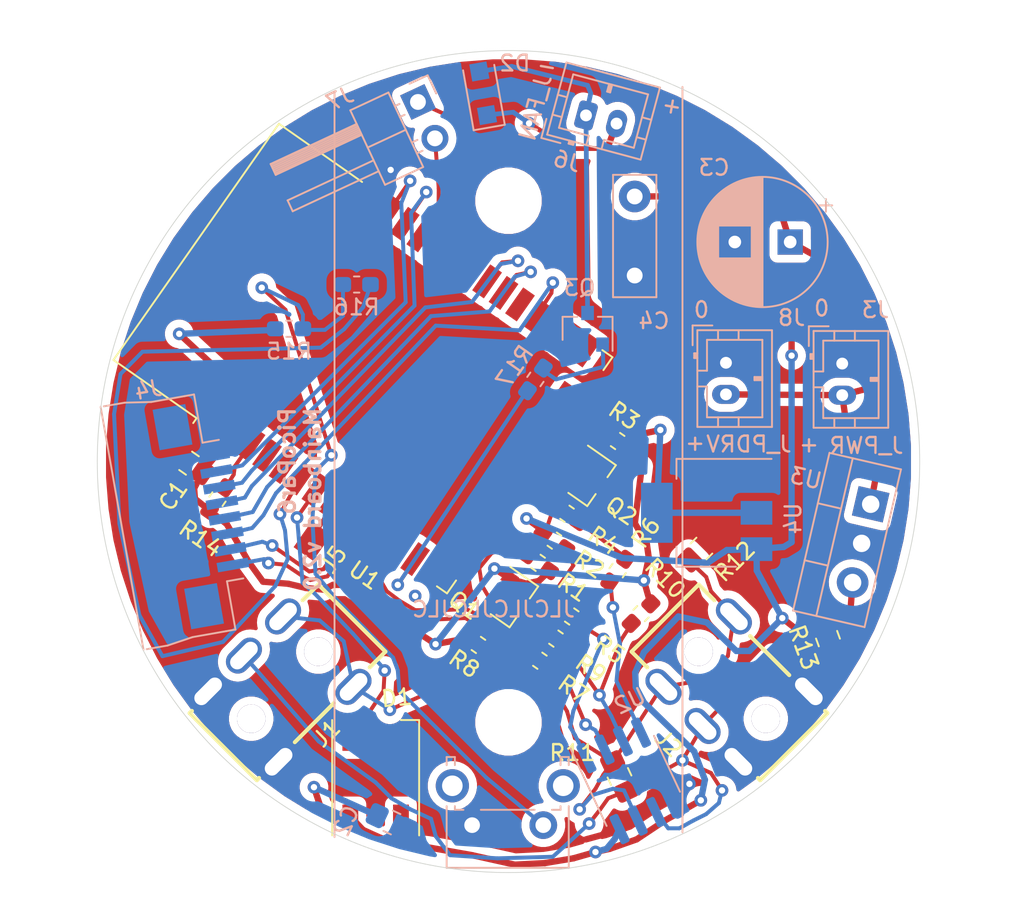
<source format=kicad_pcb>
(kicad_pcb (version 20171130) (host pcbnew "(5.1.4-0-10_14)")
  (layers (0 F.Cu signal) (31 B.Cu signal) (34 B.Paste user) (35 F.Paste user) (36 B.SilkS user) (37 F.SilkS user) (38 B.Mask user) (39 F.Mask user) (44 Edge.Cuts user))
  (net 0 "")
  (net 1 DMX_D-)
  (net 2 DMX_D+)
  (net 3 GNDREF)
  (net 4 "Net-(Q1-Pad3)")
  (net 5 DMX_RX)
  (net 6 +3V3)
  (net 7 "Net-(Q2-Pad3)")
  (net 8 DMX_TX)
  (net 9 +5V)
  (net 10 "Net-(R6-Pad2)")
  (net 11 DMX_RE)
  (net 12 DMX_DE)
  (net 13 LED_R)
  (net 14 LED_G)
  (net 15 LED_UV)
  (net 16 LED_A)
  (net 17 LED_B)
  (net 18 LED_W)
  (net 19 STAT_LED1)
  (net 20 BTN1)
  (net 21 BTN2)
  (net 22 PROG_TX)
  (net 23 PROG_RX)
  (net 24 "Net-(R14-Pad2)")
  (net 25 "Net-(C3-Pad1)")
  (net 26 TEMP)
  (net 27 FAN_CTRL)
  (net 28 TEMP2)
  (net 29 "Net-(D2-Pad2)")
  (net 30 "Net-(Q3-Pad1)")
  (net 31 "Net-(R5-Pad2)")
  (net 32 "Net-(R7-Pad2)")
  (net 33 "Net-(R10-Pad2)")
  (net 34 "Net-(R15-Pad2)")
  (module custom:FFC-Connector_C132510 (layer B.Cu) (at 129.95 123.45 280)
    (fp_text reference J4 (at -8.35 1.3 190) (layer B.SilkS) (effects (justify mirror)))
    (fp_text value Conn_01x08)
    (pad 7 smd rect (at 2.5 -2.05 280) (size 0.6 2) (layers B.Cu B.Paste B.Mask) (net 14 LED_G))
    (pad 8 smd rect (at 3.5 -2.05 280) (size 0.6 2) (layers B.Cu B.Paste B.Mask) (net 13 LED_R))
    (pad 6 smd rect (at 1.5 -2.05 280) (size 0.6 2) (layers B.Cu B.Paste B.Mask) (net 17 LED_B))
    (pad 5 smd rect (at 0.5 -2.05 280) (size 0.6 2) (layers B.Cu B.Paste B.Mask) (net 28 TEMP2))
    (pad 1 smd rect (at -3.5 -2.05 280) (size 0.6 2) (layers B.Cu B.Paste B.Mask) (net 3 GNDREF))
    (pad 2 smd rect (at -2.5 -2.05 280) (size 0.6 2) (layers B.Cu B.Paste B.Mask) (net 15 LED_UV))
    (pad 3 smd rect (at -1.5 -2.05 280) (size 0.6 2) (layers B.Cu B.Paste B.Mask) (net 16 LED_A))
    (pad 4 smd rect (at -0.5 -2.05 280) (size 0.6 2) (layers B.Cu B.Paste B.Mask) (net 18 LED_W))
    (pad "" smd rect (at -5.75 0.2 100) (size 2.6 2.1) (layers B.Cu B.Paste B.Mask))
    (pad "" smd rect (at 5.75 0.2 100) (size 2.6 2.1) (layers B.Cu B.Paste B.Mask))
  )
  (module Resistor_SMD:R_0603_1608Metric_Pad1.05x0.95mm_HandSolder (layer B.Cu) (at 151.7 114.8 55)
    (fp_text reference R17 (at -0.090328 -1.523759 55) (layer B.SilkS) (effects (justify mirror)))
    (fp_text value 10K hide)
    (pad 2 smd roundrect (at 0.875 0 55) (size 1.05 0.95) (layers B.Cu B.Paste B.Mask) (net 30 "Net-(Q3-Pad1)"))
    (pad 1 smd roundrect (at -0.875 0 55) (size 1.05 0.95) (layers B.Cu B.Paste B.Mask) (net 27 FAN_CTRL))
  )
  (module Resistor_SMD:R_0603_1608Metric_Pad1.05x0.95mm_HandSolder (layer B.Cu) (at 140.4 108.8)
    (fp_text reference R16 (at 0 1.43) (layer B.SilkS) (effects (justify mirror)))
    (fp_text value 10K hide)
    (pad 2 smd roundrect (at 0.875 0) (size 1.05 0.95) (layers B.Cu B.Paste B.Mask) (net 20 BTN1))
    (pad 1 smd roundrect (at -0.875 0) (size 1.05 0.95) (layers B.Cu B.Paste B.Mask) (net 34 "Net-(R15-Pad2)"))
  )
  (module Resistor_SMD:R_0603_1608Metric_Pad1.05x0.95mm_HandSolder (layer B.Cu) (at 136.125 111.6)
    (fp_text reference R15 (at 0 1.43) (layer B.SilkS) (effects (justify mirror)))
    (fp_text value 10K hide)
    (pad 2 smd roundrect (at 0.875 0) (size 1.05 0.95) (layers B.Cu B.Paste B.Mask) (net 34 "Net-(R15-Pad2)"))
    (pad 1 smd roundrect (at -0.875 0) (size 1.05 0.95) (layers B.Cu B.Paste B.Mask) (net 6 +3V3))
  )
  (module Resistor_SMD:R_0805_2012Metric_Pad1.15x1.40mm_HandSolder (layer F.Cu) (at 170.2 131.2 110)
    (fp_text reference R13 (at 0 -1.65 110) (layer F.SilkS))
    (fp_text value 20k hide)
    (pad 2 smd roundrect (at 1.025 0 110) (size 1.15 1.4) (layers F.Cu F.Paste F.Mask) (roundrect_rratio 0.217391) (net 9 +5V))
    (pad 1 smd roundrect (at -1.025 0 110) (size 1.15 1.4) (layers F.Cu F.Paste F.Mask) (roundrect_rratio 0.217391) (net 2 DMX_D+))
  )
  (module Resistor_SMD:R_0805_2012Metric_Pad1.15x1.40mm_HandSolder (layer F.Cu) (at 162.2 125.5 225)
    (fp_text reference R12 (at -0.907602 -2.061295 45) (layer F.SilkS))
    (fp_text value 20k hide)
    (pad 2 smd roundrect (at 1.025 0 225) (size 1.15 1.4) (layers F.Cu F.Paste F.Mask) (roundrect_rratio 0.217391) (net 1 DMX_D-))
    (pad 1 smd roundrect (at -1.025 0 225) (size 1.15 1.4) (layers F.Cu F.Paste F.Mask) (roundrect_rratio 0.217391) (net 3 GNDREF))
  )
  (module Resistor_SMD:R_0603_1608Metric_Pad1.05x0.95mm_HandSolder (layer F.Cu) (at 158.381282 129.618718 225)
    (fp_text reference R10 (at -2.642766 0.494975 315) (layer F.SilkS))
    (fp_text value 10K hide)
    (pad 2 smd roundrect (at 0.875 0 225) (size 1.05 0.95) (layers F.Cu F.Paste F.Mask) (net 33 "Net-(R10-Pad2)"))
    (pad 1 smd roundrect (at -0.875 0 225) (size 1.05 0.95) (layers F.Cu F.Paste F.Mask) (net 6 +3V3))
  )
  (module Resistor_SMD:R_0603_1608Metric_Pad1.05x0.95mm_HandSolder (layer F.Cu) (at 153 131.2 325)
    (fp_text reference R9 (at 2.89193 0.294521 145) (layer F.SilkS))
    (fp_text value 10K hide)
    (pad 2 smd roundrect (at 0.875 0 325) (size 1.05 0.95) (layers F.Cu F.Paste F.Mask) (net 33 "Net-(R10-Pad2)"))
    (pad 1 smd roundrect (at -0.875 0 325) (size 1.05 0.95) (layers F.Cu F.Paste F.Mask) (net 12 DMX_DE))
  )
  (module Resistor_SMD:R_0603_1608Metric_Pad1.05x0.95mm_HandSolder (layer F.Cu) (at 148.1 131.6 325)
    (fp_text reference R8 (at -0.048945 1.499201 145) (layer F.SilkS))
    (fp_text value 10K hide)
    (pad 2 smd roundrect (at 0.875 0 325) (size 1.05 0.95) (layers F.Cu F.Paste F.Mask) (net 32 "Net-(R7-Pad2)"))
    (pad 1 smd roundrect (at -0.875 0 325) (size 1.05 0.95) (layers F.Cu F.Paste F.Mask) (net 6 +3V3))
  )
  (module Resistor_SMD:R_0603_1608Metric_Pad1.05x0.95mm_HandSolder (layer F.Cu) (at 151.983242 132.598121 325)
    (fp_text reference R7 (at 2.767462 0.26189 145) (layer F.SilkS))
    (fp_text value 10K hide)
    (pad 2 smd roundrect (at 0.875 0 325) (size 1.05 0.95) (layers F.Cu F.Paste F.Mask) (net 32 "Net-(R7-Pad2)"))
    (pad 1 smd roundrect (at -0.875 0 325) (size 1.05 0.95) (layers F.Cu F.Paste F.Mask) (net 11 DMX_RE))
  )
  (module Resistor_SMD:R_0603_1608Metric_Pad1.05x0.95mm_HandSolder (layer F.Cu) (at 156.9 126.9 235)
    (fp_text reference R6 (at -2.998402 -0.09789 55) (layer F.SilkS))
    (fp_text value 10K hide)
    (pad 2 smd roundrect (at 0.875 0 235) (size 1.05 0.95) (layers F.Cu F.Paste F.Mask) (net 10 "Net-(R6-Pad2)"))
    (pad 1 smd roundrect (at -0.875 0 235) (size 1.05 0.95) (layers F.Cu F.Paste F.Mask) (net 7 "Net-(Q2-Pad3)"))
  )
  (module Resistor_SMD:R_0603_1608Metric_Pad1.05x0.95mm_HandSolder (layer F.Cu) (at 154 129.8 325)
    (fp_text reference R5 (at 3.170475 0.343636 145) (layer F.SilkS))
    (fp_text value 10K hide)
    (pad 2 smd roundrect (at 0.875 0 325) (size 1.05 0.95) (layers F.Cu F.Paste F.Mask) (net 31 "Net-(R5-Pad2)"))
    (pad 1 smd roundrect (at -0.875 0 325) (size 1.05 0.95) (layers F.Cu F.Paste F.Mask) (net 4 "Net-(Q1-Pad3)"))
  )
  (module Resistor_SMD:R_0603_1608Metric_Pad1.05x0.95mm_HandSolder (layer F.Cu) (at 153.7 123.3 325)
    (fp_text reference R4 (at 2.85913 0.073333 145) (layer F.SilkS))
    (fp_text value 10K hide)
    (pad 2 smd roundrect (at 0.875 0 325) (size 1.05 0.95) (layers F.Cu F.Paste F.Mask) (net 7 "Net-(Q2-Pad3)"))
    (pad 1 smd roundrect (at -0.875 0 325) (size 1.05 0.95) (layers F.Cu F.Paste F.Mask) (net 9 +5V))
  )
  (module Resistor_SMD:R_0603_1608Metric_Pad1.05x0.95mm_HandSolder (layer F.Cu) (at 156.9 118.7 145)
    (fp_text reference R3 (at 0.590061 1.540074 145) (layer F.SilkS))
    (fp_text value 10K hide)
    (pad 2 smd roundrect (at 0.875 0 145) (size 1.05 0.95) (layers F.Cu F.Paste F.Mask) (net 8 DMX_TX))
    (pad 1 smd roundrect (at -0.875 0 145) (size 1.05 0.95) (layers F.Cu F.Paste F.Mask) (net 6 +3V3))
  )
  (module Resistor_SMD:R_0603_1608Metric_Pad1.05x0.95mm_HandSolder (layer F.Cu) (at 152.9 125 325)
    (fp_text reference R2 (at 2.662499 -0.03314 145) (layer F.SilkS))
    (fp_text value 10K hide)
    (pad 2 smd roundrect (at 0.875 0 325) (size 1.05 0.95) (layers F.Cu F.Paste F.Mask) (net 4 "Net-(Q1-Pad3)"))
    (pad 1 smd roundrect (at -0.875 0 325) (size 1.05 0.95) (layers F.Cu F.Paste F.Mask) (net 9 +5V))
  )
  (module Connector_JST:JST_PH_B2B-PH-K_1x02_P2.00mm_Vertical (layer B.Cu) (at 154.9 98.1 345)
    (fp_text reference J6 (at -0.408536 3.111768 345) (layer B.SilkS) (effects (justify mirror)))
    (fp_text value Conn_01x02 hide)
    (fp_text user J_FAN (at -3.220372 0.345258 255) (layer B.SilkS) (effects (justify mirror)))
    (pad 2 thru_hole oval (at 2 0 345) (size 1.2 1.75) (drill 0.75) (layers *.Cu *.Mask) (net 9 +5V))
    (pad 1 thru_hole roundrect (at 0 0 345) (size 1.2 1.75) (drill 0.75) (layers *.Cu *.Mask) (roundrect_rratio 0.208333) (net 29 "Net-(D2-Pad2)"))
  )
  (module Package_TO_SOT_SMD:SOT-23 (layer B.Cu) (at 155 111.6 90)
    (fp_text reference Q3 (at 2.6 -0.5 180) (layer B.SilkS) (effects (justify mirror)))
    (fp_text value BC817 hide)
    (pad 3 smd rect (at 1 0 90) (size 0.9 0.8) (layers B.Cu B.Paste B.Mask) (net 29 "Net-(D2-Pad2)"))
    (pad 2 smd rect (at -1 -0.95 90) (size 0.9 0.8) (layers B.Cu B.Paste B.Mask) (net 3 GNDREF))
    (pad 1 smd rect (at -1 0.95 90) (size 0.9 0.8) (layers B.Cu B.Paste B.Mask) (net 30 "Net-(Q3-Pad1)"))
  )
  (module Diode_SMD:D_SOD-123F (layer B.Cu) (at 148.4 96.699998 100)
    (fp_text reference D2 (at 1.523836 2.299547 -180) (layer B.SilkS) (effects (justify mirror)))
    (fp_text value D hide)
    (pad 2 smd rect (at 1.4 0 100) (size 1.1 1.1) (layers B.Cu B.Paste B.Mask) (net 29 "Net-(D2-Pad2)"))
    (pad 1 smd rect (at -1.4 0 100) (size 1.1 1.1) (layers B.Cu B.Paste B.Mask) (net 9 +5V))
  )
  (module Button_Switch_THT:SW_Tactile_SPST_Angled_PTS645Vx58-2LFS (layer B.Cu) (at 147.7 143)
    (fp_text reference SW1 hide)
    (fp_text value SW_Push hide)
    (pad "" thru_hole circle (at -1.25 -2.49) (size 2.1 2.1) (drill 1.3) (layers *.Cu *.Mask))
    (pad 1 thru_hole circle (at 0 0) (size 1.75 1.75) (drill 0.99) (layers *.Cu *.Mask) (net 3 GNDREF))
    (pad 2 thru_hole circle (at 4.5 0) (size 1.75 1.75) (drill 0.99) (layers *.Cu *.Mask) (net 34 "Net-(R15-Pad2)"))
    (pad "" thru_hole circle (at 5.76 -2.49) (size 2.1 2.1) (drill 1.3) (layers *.Cu *.Mask))
  )
  (module Connector_JST:JST_PH_B2B-PH-K_1x02_P2.00mm_Vertical (layer B.Cu) (at 163.75 113.75 270)
    (fp_text reference J8 (at -2.85 -4.15 180) (layer B.SilkS) (effects (justify mirror)))
    (fp_text value Conn_01x02 hide)
    (fp_text user J_PDRV (at 5.15 -1.45 180) (layer B.SilkS) (effects (justify mirror)))
    (pad 2 thru_hole oval (at 2 0 270) (size 1.2 1.75) (drill 0.75) (layers *.Cu *.Mask) (net 25 "Net-(C3-Pad1)"))
    (pad 1 thru_hole roundrect (at 0 0 270) (size 1.2 1.75) (drill 0.75) (layers *.Cu *.Mask) (roundrect_rratio 0.208333) (net 3 GNDREF))
  )
  (module Connector_JST:JST_PH_B2B-PH-K_1x02_P2.00mm_Vertical (layer B.Cu) (at 171.1 113.8 270)
    (fp_text reference J3 (at -3.4 -2.1 180) (layer B.SilkS) (effects (justify mirror)))
    (fp_text value Conn_01x02 hide)
    (fp_text user J_PWR (at 5.19 -1.53) (layer B.SilkS) (effects (justify mirror)))
    (pad 2 thru_hole oval (at 2 0 270) (size 1.2 1.75) (drill 0.75) (layers *.Cu *.Mask) (net 25 "Net-(C3-Pad1)"))
    (pad 1 thru_hole roundrect (at 0 0 270) (size 1.2 1.75) (drill 0.75) (layers *.Cu *.Mask) (roundrect_rratio 0.208333) (net 3 GNDREF))
  )
  (module "custom:Pad 1,5x2" (layer F.Cu) (at 137.6 125.025 145)
    (fp_text reference J5 (at -1.779808 -0.188175 235) (layer F.SilkS))
    (fp_text value Conn_01x01 hide)
    (pad 1 smd rect (at 0 0 145) (size 1.5 2) (layers F.Cu F.Paste F.Mask) (net 21 BTN2))
  )
  (module MountingHole:MountingHole_3.2mm_M3 (layer F.Cu) (at 150 136.5)
    (fp_text reference H1 hide)
    (fp_text value MountingHole hide)
    (pad 1 np_thru_hole circle (at 0 0) (size 3.2 3.2) (drill 3.2) (layers *.Cu *.Mask))
  )
  (module Package_TO_SOT_THT:TO-220-3_Vertical (layer B.Cu) (at 172.9 122.7 257)
    (fp_text reference U3 (at -0.685411 4.366087 347) (layer B.SilkS) (effects (justify mirror)))
    (fp_text value LM7805_TO220 hide)
    (pad 3 thru_hole oval (at 5.08 0 257) (size 1.905 2) (drill 1.1) (layers *.Cu *.Mask) (net 9 +5V))
    (pad 2 thru_hole oval (at 2.54 0 257) (size 1.905 2) (drill 1.1) (layers *.Cu *.Mask) (net 3 GNDREF))
    (pad 1 thru_hole rect (at 0 0 257) (size 1.905 2) (drill 1.1) (layers *.Cu *.Mask) (net 25 "Net-(C3-Pad1)"))
  )
  (module Connector_PinHeader_2.54mm:PinHeader_1x02_P2.54mm_Horizontal (layer B.Cu) (at 144.275 97.25 205)
    (fp_text reference J7 (at 4.385 2.27 25) (layer B.SilkS) (effects (justify mirror)))
    (fp_text value Conn_01x02)
    (pad 2 thru_hole oval (at 0 -2.54 205) (size 1.7 1.7) (drill 1) (layers *.Cu *.Mask) (net 22 PROG_TX))
    (pad 1 thru_hole rect (at 0 0 205) (size 1.7 1.7) (drill 1) (layers *.Cu *.Mask) (net 23 PROG_RX))
  )
  (module LED_SMD:LED_WS2812B_PLCC4_5.0x5.0mm_P3.2mm (layer F.Cu) (at 141.6 140 90)
    (fp_text reference D1 (at 5.059898 1.329597 185) (layer F.SilkS))
    (fp_text value WS2812B hide)
    (pad 1 smd rect (at -2.45 -1.6 90) (size 1.5 1) (layers F.Cu F.Paste F.Mask) (net 9 +5V))
    (pad 2 smd rect (at -2.45 1.6 90) (size 1.5 1) (layers F.Cu F.Paste F.Mask))
    (pad 4 smd rect (at 2.45 -1.6 90) (size 1.5 1) (layers F.Cu F.Paste F.Mask) (net 19 STAT_LED1))
    (pad 3 smd rect (at 2.45 1.6 90) (size 1.5 1) (layers F.Cu F.Paste F.Mask) (net 3 GNDREF))
  )
  (module Capacitor_THT:C_Disc_D7.5mm_W2.5mm_P5.00mm (layer B.Cu) (at 157.98 103.23 270)
    (fp_text reference C4 (at 7.87 -1.22 180) (layer B.SilkS) (effects (justify mirror)))
    (fp_text value 100nF hide)
    (pad 2 thru_hole circle (at 5 0 270) (size 2 2) (drill 1) (layers *.Cu *.Mask) (net 3 GNDREF))
    (pad 1 thru_hole circle (at 0 0 270) (size 2 2) (drill 1) (layers *.Cu *.Mask) (net 25 "Net-(C3-Pad1)"))
  )
  (module Capacitor_THT:CP_Radial_D8.0mm_P3.50mm (layer B.Cu) (at 167.81 106.11 180)
    (fp_text reference C3 (at 4.81 4.71 180) (layer B.SilkS) (effects (justify mirror)))
    (fp_text value 1000uF hide)
    (pad 2 thru_hole circle (at 3.5 0 180) (size 1.6 1.6) (drill 0.8) (layers *.Cu *.Mask) (net 3 GNDREF))
    (pad 1 thru_hole rect (at 0 0 180) (size 1.6 1.6) (drill 0.8) (layers *.Cu *.Mask) (net 25 "Net-(C3-Pad1)"))
  )
  (module MountingHole:MountingHole_3.2mm_M3 (layer F.Cu) (at 150 103.5)
    (fp_text reference H2 hide)
    (fp_text value MountingHole hide)
    (pad 1 np_thru_hole circle (at 0 0) (size 3.2 3.2) (drill 3.2) (layers *.Cu *.Mask))
  )
  (module LCSC:C18167_BOOMELE_Audiojack_withoutTip (layer F.Cu) (at 168 138 135)
    (fp_text reference J2 (at 5.685139 -5.458864 135) (layer F.SilkS))
    (fp_text value AudioJack3 hide)
    (pad S thru_hole oval (at 1.75 3.15 135) (size 2.6 1.5) (drill oval 2.1 0.9) (layers *.Cu *.Mask) (net 3 GNDREF))
    (pad T thru_hole oval (at 8.45 3.15 135) (size 2.6 1.5) (drill oval 2.1 0.9) (layers *.Cu *.Mask) (net 1 DMX_D-))
    (pad S thru_hole oval (at 1.75 -3.15 135) (size 2.6 1.5) (drill oval 2.1 0.9) (layers *.Cu *.Mask) (net 3 GNDREF))
    (pad R thru_hole oval (at 4.95 -3.15 135) (size 2.6 1.5) (drill oval 2.1 0.9) (layers *.Cu *.Mask) (net 2 DMX_D+))
    (pad T thru_hole oval (at 8.45 -3.15 135) (size 2.6 1.5) (drill oval 2.1 0.9) (layers *.Cu *.Mask) (net 1 DMX_D-))
    (pad "" thru_hole circle (at 2.45 0 135) (size 1.8 1.8) (drill 1.8) (layers *.Cu *.Mask))
    (pad "" thru_hole circle (at 8.45 0 135) (size 1.8 1.8) (drill 1.8) (layers *.Cu *.Mask))
  )
  (module LCSC:C18167_BOOMELE_Audiojack_withoutTip (layer F.Cu) (at 132 138 45)
    (fp_text reference J1 (at 5.16188 4.030509 45) (layer F.SilkS))
    (fp_text value AudioJack3 hide)
    (pad S thru_hole oval (at 1.75 3.15 45) (size 2.6 1.5) (drill oval 2.1 0.9) (layers *.Cu *.Mask) (net 3 GNDREF))
    (pad T thru_hole oval (at 8.45 3.15 45) (size 2.6 1.5) (drill oval 2.1 0.9) (layers *.Cu *.Mask) (net 1 DMX_D-))
    (pad S thru_hole oval (at 1.75 -3.15 45) (size 2.6 1.5) (drill oval 2.1 0.9) (layers *.Cu *.Mask) (net 3 GNDREF))
    (pad R thru_hole oval (at 4.95 -3.15 45) (size 2.6 1.5) (drill oval 2.1 0.9) (layers *.Cu *.Mask) (net 2 DMX_D+))
    (pad T thru_hole oval (at 8.45 -3.15 45) (size 2.6 1.5) (drill oval 2.1 0.9) (layers *.Cu *.Mask) (net 1 DMX_D-))
    (pad "" thru_hole circle (at 2.45 0 45) (size 1.8 1.8) (drill 1.8) (layers *.Cu *.Mask))
    (pad "" thru_hole circle (at 8.45 0 45) (size 1.8 1.8) (drill 1.8) (layers *.Cu *.Mask))
  )
  (module Resistor_SMD:R_0603_1608Metric_Pad1.05x0.95mm_HandSolder (layer F.Cu) (at 131.6 122.375 55)
    (fp_text reference R14 (at -2.657511 0.554581 325) (layer F.SilkS))
    (fp_text value 10K hide)
    (pad 2 smd roundrect (at 0.875 0 55) (size 1.05 0.95) (layers F.Cu F.Paste F.Mask) (net 24 "Net-(R14-Pad2)"))
    (pad 1 smd roundrect (at -0.875 0 55) (size 1.05 0.95) (layers F.Cu F.Paste F.Mask) (net 6 +3V3))
  )
  (module Package_TO_SOT_SMD:SOT-223-3_TabPin2 (layer B.Cu) (at 162.53 123.24 180)
    (fp_text reference U4 (at -5.47 -0.36 90) (layer B.SilkS) (effects (justify mirror)))
    (fp_text value LM1117-3.3 hide)
    (pad 1 smd rect (at -3.15 2.3 180) (size 2 1.5) (layers B.Cu B.Paste B.Mask) (net 3 GNDREF))
    (pad 3 smd rect (at -3.15 -2.3 180) (size 2 1.5) (layers B.Cu B.Paste B.Mask) (net 9 +5V))
    (pad 2 smd rect (at -3.15 0 180) (size 2 1.5) (layers B.Cu B.Paste B.Mask) (net 6 +3V3))
    (pad 2 smd rect (at 3.15 0 180) (size 2 3.8) (layers B.Cu B.Paste B.Mask) (net 6 +3V3))
  )
  (module Capacitor_SMD:C_0805_2012Metric_Pad1.15x1.40mm_HandSolder (layer F.Cu) (at 129.8 120.1 145)
    (fp_text reference C1 (at -0.362415 -2.26103 235) (layer F.SilkS))
    (fp_text value 100nF hide)
    (pad 2 smd roundrect (at 1.025 0 145) (size 1.15 1.4) (layers F.Cu F.Paste F.Mask) (roundrect_rratio 0.217391) (net 3 GNDREF))
    (pad 1 smd roundrect (at -1.025 0 145) (size 1.15 1.4) (layers F.Cu F.Paste F.Mask) (roundrect_rratio 0.217391) (net 6 +3V3))
  )
  (module Capacitor_SMD:C_0805_2012Metric_Pad1.15x1.40mm_HandSolder (layer B.Cu) (at 142.628966 142.833187 335)
    (fp_text reference C2 (at -2.656885 1.125705 65) (layer B.SilkS) (effects (justify mirror)))
    (fp_text value 100nF hide)
    (pad 2 smd roundrect (at 1.025 0 335) (size 1.15 1.4) (layers B.Cu B.Paste B.Mask) (roundrect_rratio 0.217391) (net 3 GNDREF))
    (pad 1 smd roundrect (at -1.025 0 335) (size 1.15 1.4) (layers B.Cu B.Paste B.Mask) (roundrect_rratio 0.217391) (net 9 +5V))
  )
  (module Package_SO:SOIC-8_3.9x4.9mm_P1.27mm (layer B.Cu) (at 157.7 140.2 295)
    (fp_text reference U2 (at -4.58742 -2.111565 25) (layer B.SilkS) (effects (justify mirror)))
    (fp_text value SN75176ADR hide)
    (pad 8 smd roundrect (at 2.475 1.905 295) (size 1.95 0.6) (layers B.Cu B.Paste B.Mask) (net 9 +5V))
    (pad 7 smd roundrect (at 2.475 0.635 295) (size 1.95 0.6) (layers B.Cu B.Paste B.Mask) (net 1 DMX_D-))
    (pad 6 smd roundrect (at 2.475 -0.635 295) (size 1.95 0.6) (layers B.Cu B.Paste B.Mask) (net 2 DMX_D+))
    (pad 5 smd roundrect (at 2.475 -1.905 295) (size 1.95 0.6) (layers B.Cu B.Paste B.Mask) (net 3 GNDREF))
    (pad 4 smd roundrect (at -2.475 -1.905 295) (size 1.95 0.6) (layers B.Cu B.Paste B.Mask) (net 10 "Net-(R6-Pad2)"))
    (pad 3 smd roundrect (at -2.475 -0.635 295) (size 1.95 0.6) (layers B.Cu B.Paste B.Mask) (net 33 "Net-(R10-Pad2)"))
    (pad 2 smd roundrect (at -2.475 0.635 295) (size 1.95 0.6) (layers B.Cu B.Paste B.Mask) (net 32 "Net-(R7-Pad2)"))
    (pad 1 smd roundrect (at -2.475 1.905 295) (size 1.95 0.6) (layers B.Cu B.Paste B.Mask) (net 31 "Net-(R5-Pad2)"))
  )
  (module RF_Module:ESP32-WROOM-32 (layer F.Cu) (at 143.25 115.2 55)
    (fp_text reference U1 (at -11.177729 4.95791 145) (layer F.SilkS))
    (fp_text value ESP32-WROOM hide)
    (pad 38 smd rect (at 8.5 -8.255 55) (size 2 0.9) (layers F.Cu F.Paste F.Mask) (net 3 GNDREF))
    (pad 37 smd rect (at 8.5 -6.985 55) (size 2 0.9) (layers F.Cu F.Paste F.Mask) (net 15 LED_UV))
    (pad 36 smd rect (at 8.5 -5.715 55) (size 2 0.9) (layers F.Cu F.Paste F.Mask) (net 16 LED_A))
    (pad 35 smd rect (at 8.5 -4.445 55) (size 2 0.9) (layers F.Cu F.Paste F.Mask) (net 22 PROG_TX))
    (pad 34 smd rect (at 8.5 -3.175 55) (size 2 0.9) (layers F.Cu F.Paste F.Mask) (net 23 PROG_RX))
    (pad 33 smd rect (at 8.5 -1.905 55) (size 2 0.9) (layers F.Cu F.Paste F.Mask))
    (pad 32 smd rect (at 8.5 -0.635 55) (size 2 0.9) (layers F.Cu F.Paste F.Mask))
    (pad 31 smd rect (at 8.5 0.635 55) (size 2 0.9) (layers F.Cu F.Paste F.Mask) (net 18 LED_W))
    (pad 30 smd rect (at 8.5 1.905 55) (size 2 0.9) (layers F.Cu F.Paste F.Mask) (net 28 TEMP2))
    (pad 29 smd rect (at 8.5 3.175 55) (size 2 0.9) (layers F.Cu F.Paste F.Mask))
    (pad 28 smd rect (at 8.5 4.445 55) (size 2 0.9) (layers F.Cu F.Paste F.Mask) (net 17 LED_B))
    (pad 27 smd rect (at 8.5 5.715 55) (size 2 0.9) (layers F.Cu F.Paste F.Mask))
    (pad 26 smd rect (at 8.5 6.985 55) (size 2 0.9) (layers F.Cu F.Paste F.Mask))
    (pad 25 smd rect (at 8.5 8.255 55) (size 2 0.9) (layers F.Cu F.Paste F.Mask))
    (pad 24 smd rect (at 5.715 9.255 145) (size 2 0.9) (layers F.Cu F.Paste F.Mask))
    (pad 23 smd rect (at 4.445 9.255 145) (size 2 0.9) (layers F.Cu F.Paste F.Mask) (net 8 DMX_TX))
    (pad 22 smd rect (at 3.175 9.255 145) (size 2 0.9) (layers F.Cu F.Paste F.Mask))
    (pad 21 smd rect (at 1.905 9.255 145) (size 2 0.9) (layers F.Cu F.Paste F.Mask))
    (pad 20 smd rect (at 0.635 9.255 145) (size 2 0.9) (layers F.Cu F.Paste F.Mask))
    (pad 19 smd rect (at -0.635 9.255 145) (size 2 0.9) (layers F.Cu F.Paste F.Mask))
    (pad 18 smd rect (at -1.905 9.255 145) (size 2 0.9) (layers F.Cu F.Paste F.Mask))
    (pad 17 smd rect (at -3.175 9.255 145) (size 2 0.9) (layers F.Cu F.Paste F.Mask))
    (pad 16 smd rect (at -4.445 9.255 145) (size 2 0.9) (layers F.Cu F.Paste F.Mask) (net 5 DMX_RX))
    (pad 15 smd rect (at -5.715 9.255 145) (size 2 0.9) (layers F.Cu F.Paste F.Mask) (net 3 GNDREF))
    (pad 14 smd rect (at -8.5 8.255 55) (size 2 0.9) (layers F.Cu F.Paste F.Mask))
    (pad 13 smd rect (at -8.5 6.985 55) (size 2 0.9) (layers F.Cu F.Paste F.Mask) (net 27 FAN_CTRL))
    (pad 12 smd rect (at -8.5 5.715 55) (size 2 0.9) (layers F.Cu F.Paste F.Mask) (net 12 DMX_DE))
    (pad 11 smd rect (at -8.5 4.445 55) (size 2 0.9) (layers F.Cu F.Paste F.Mask) (net 11 DMX_RE))
    (pad 10 smd rect (at -8.5 3.175 55) (size 2 0.9) (layers F.Cu F.Paste F.Mask) (net 13 LED_R))
    (pad 9 smd rect (at -8.5 1.905 55) (size 2 0.9) (layers F.Cu F.Paste F.Mask) (net 14 LED_G))
    (pad 8 smd rect (at -8.5 0.635 55) (size 2 0.9) (layers F.Cu F.Paste F.Mask) (net 21 BTN2))
    (pad 7 smd rect (at -8.5 -0.635 55) (size 2 0.9) (layers F.Cu F.Paste F.Mask) (net 19 STAT_LED1))
    (pad 6 smd rect (at -8.5 -1.905 55) (size 2 0.9) (layers F.Cu F.Paste F.Mask) (net 20 BTN1))
    (pad 5 smd rect (at -8.5 -3.175 55) (size 2 0.9) (layers F.Cu F.Paste F.Mask))
    (pad 4 smd rect (at -8.5 -4.445 55) (size 2 0.9) (layers F.Cu F.Paste F.Mask))
    (pad 3 smd rect (at -8.5 -5.715 55) (size 2 0.9) (layers F.Cu F.Paste F.Mask) (net 24 "Net-(R14-Pad2)"))
    (pad 2 smd rect (at -8.5 -6.985 55) (size 2 0.9) (layers F.Cu F.Paste F.Mask) (net 6 +3V3))
    (pad 1 smd rect (at -8.5 -8.255 55) (size 2 0.9) (layers F.Cu F.Paste F.Mask) (net 3 GNDREF))
    (pad 39 smd rect (at -1 -0.755 55) (size 5 5) (layers F.Cu F.Paste F.Mask) (net 3 GNDREF))
  )
  (module Resistor_SMD:R_0805_2012Metric_Pad1.15x1.40mm_HandSolder (layer F.Cu) (at 157.016816 139.921035 295)
    (fp_text reference R11 (at -2.618457 2.063547 180) (layer F.SilkS))
    (fp_text value 120 hide)
    (pad 2 smd roundrect (at 1.025 0 295) (size 1.15 1.4) (layers F.Cu F.Paste F.Mask) (roundrect_rratio 0.217391) (net 2 DMX_D+))
    (pad 1 smd roundrect (at -1.025 0 295) (size 1.15 1.4) (layers F.Cu F.Paste F.Mask) (roundrect_rratio 0.217391) (net 1 DMX_D-))
  )
  (module Resistor_SMD:R_0603_1608Metric_Pad1.05x0.95mm_HandSolder (layer F.Cu) (at 151.873481 126.406143 145)
    (fp_text reference R1 (at -2.703238 -0.022393 145) (layer F.SilkS))
    (fp_text value 10K hide)
    (pad 1 smd roundrect (at -0.875 0 145) (size 1.05 0.95) (layers F.Cu F.Paste F.Mask) (net 6 +3V3))
    (pad 2 smd roundrect (at 0.875 0 145) (size 1.05 0.95) (layers F.Cu F.Paste F.Mask) (net 5 DMX_RX))
  )
  (module Package_TO_SOT_SMD:SOT-23 (layer F.Cu) (at 155.261569 121.084757 325)
    (fp_text reference Q2 (at 2.7 0.6 145) (layer F.SilkS))
    (fp_text value BSS138 hide)
    (pad 1 smd rect (at -1 -0.95 325) (size 0.9 0.8) (layers F.Cu F.Paste F.Mask) (net 6 +3V3))
    (pad 2 smd rect (at -1 0.95 325) (size 0.9 0.8) (layers F.Cu F.Paste F.Mask) (net 8 DMX_TX))
    (pad 3 smd rect (at 1 0 325) (size 0.9 0.8) (layers F.Cu F.Paste F.Mask) (net 7 "Net-(Q2-Pad3)"))
  )
  (module Package_TO_SOT_SMD:SOT-23 (layer F.Cu) (at 150.349381 128.757125 325)
    (fp_text reference Q1 (at -2.383157 2.087277 145) (layer F.SilkS))
    (fp_text value BSS138 hide)
    (pad 1 smd rect (at -1 -0.95 325) (size 0.9 0.8) (layers F.Cu F.Paste F.Mask) (net 6 +3V3))
    (pad 2 smd rect (at -1 0.95 325) (size 0.9 0.8) (layers F.Cu F.Paste F.Mask) (net 5 DMX_RX))
    (pad 3 smd rect (at 1 0 325) (size 0.9 0.8) (layers F.Cu F.Paste F.Mask) (net 4 "Net-(Q1-Pad3)"))
  )
  (gr_text - (at 152.437768 94.968309 -10) (layer B.SilkS) (effects (font (size 1 1)) (justify mirror)))
  (gr_text + (at 160.337768 97.468309 -10) (layer B.SilkS) (effects (font (size 1 1)) (justify mirror)))
  (gr_circle (center 150 120) (end 176 120) (layer Edge.Cuts) (width 0.05))
  (gr_text + (at 161.8 118.8) (layer B.SilkS) (effects (font (size 1 1)) (justify mirror)))
  (gr_text 0 (at 169.8 110.3) (layer B.SilkS) (effects (font (size 1 1)) (justify mirror)))
  (gr_text + (at 169 118.9) (layer B.SilkS) (effects (font (size 1 1)) (justify mirror)))
  (gr_text JLCJLCJLCJLC (at 149.05 129.34) (layer B.SilkS) (effects (font (size 1 1)) (justify mirror)))
  (gr_text "PicoPar6\nMainboard v2.0" (at 136.82 116.48 90) (layer B.SilkS) (effects (font (size 1 1) (thickness 0.2)) (justify left mirror)))
  (gr_line (start 161 96.3) (end 161 143.45) (layer B.SilkS) (width 0.12))
  (gr_line (start 139 96.6) (end 139 143.75) (layer B.SilkS) (width 0.12))
  (gr_text 0 (at 162.2 110.4) (layer B.SilkS) (effects (font (size 1 1)) (justify mirror)))
  (segment (start 156.585303 139.062619) (end 159.497561 134.542334) (width 0.25) (layer F.Cu) (net 1))
  (segment (start 135.747666 129.797561) (end 138.06 130.05) (width 0.25) (layer B.Cu) (net 1))
  (segment (start 138.06 130.05) (end 139.58 131.37) (width 0.25) (layer B.Cu) (net 1))
  (segment (start 139.58 131.37) (end 140.202439 134.252334) (width 0.25) (layer B.Cu) (net 1))
  (segment (start 159.797561 134.252334) (end 162.52 133.79) (width 0.25) (layer F.Cu) (net 1))
  (segment (start 162.52 133.79) (end 163.87 132.3) (width 0.25) (layer F.Cu) (net 1))
  (segment (start 163.87 132.3) (end 164.252334 129.797561) (width 0.25) (layer F.Cu) (net 1))
  (segment (start 161.375122 126.240578) (end 162.5 127.3) (width 0.25) (layer F.Cu) (net 1))
  (segment (start 162.5 127.3) (end 162.8 128.2) (width 0.25) (layer F.Cu) (net 1))
  (segment (start 162.8 128.2) (end 164.252334 129.797561) (width 0.25) (layer F.Cu) (net 1))
  (segment (start 158.170475 142.711474) (end 157.3 140.8) (width 0.25) (layer B.Cu) (net 1))
  (segment (start 157.3 140.8) (end 156.6 140.7) (width 0.25) (layer B.Cu) (net 1))
  (segment (start 156.6 140.7) (end 155.3 141.1) (width 0.25) (layer B.Cu) (net 1))
  (via (at 154.5 142) (size 0.8) (drill 0.4) (layers F.Cu B.Cu) (net 1))
  (segment (start 155.3 141.1) (end 154.5 142) (width 0.25) (layer B.Cu) (net 1))
  (segment (start 154.5 142) (end 155.5 140.7) (width 0.25) (layer F.Cu) (net 1))
  (segment (start 155.5 140.7) (end 156 139.8) (width 0.25) (layer F.Cu) (net 1))
  (segment (start 156 139.8) (end 156.583632 138.99207) (width 0.25) (layer F.Cu) (net 1))
  (segment (start 156.583632 138.99207) (end 154.2 137.5) (width 0.25) (layer F.Cu) (net 1))
  (segment (start 154.2 137.5) (end 153.7 135.8) (width 0.25) (layer F.Cu) (net 1))
  (segment (start 153.7 135.8) (end 152.9 134.4) (width 0.25) (layer F.Cu) (net 1))
  (segment (start 152.9 134.4) (end 151.4 134.2) (width 0.25) (layer F.Cu) (net 1))
  (segment (start 151.4 134.2) (end 150.3 134) (width 0.25) (layer F.Cu) (net 1))
  (segment (start 150.3 134) (end 149.4 133.3) (width 0.25) (layer F.Cu) (net 1))
  (segment (start 149.4 133.3) (end 148.2 133.2) (width 0.25) (layer F.Cu) (net 1))
  (via (at 142.5 135.7) (size 0.8) (drill 0.4) (layers F.Cu B.Cu) (net 1))
  (segment (start 148.2 133.2) (end 142.5 135.7) (width 0.25) (layer F.Cu) (net 1))
  (segment (start 142.5 135.7) (end 140.202439 134.252334) (width 0.25) (layer B.Cu) (net 1))
  (segment (start 170.224268 132.072231) (end 166.675 132.125) (width 0.25) (layer F.Cu) (net 2))
  (segment (start 166.675 132.125) (end 162.272435 136.727208) (width 0.25) (layer F.Cu) (net 2))
  (via (at 161 138.9) (size 0.8) (drill 0.4) (layers F.Cu B.Cu) (net 2))
  (segment (start 162.272435 136.727208) (end 161 138.9) (width 0.25) (layer F.Cu) (net 2))
  (segment (start 161 138.9) (end 157.45 140.85) (width 0.25) (layer F.Cu) (net 2))
  (via (at 155.1 142.9) (size 0.8) (drill 0.4) (layers F.Cu B.Cu) (net 2))
  (segment (start 159.321486 142.174749) (end 160.1 143.2) (width 0.25) (layer B.Cu) (net 2))
  (segment (start 160.1 143.2) (end 160.8 143.2) (width 0.25) (layer B.Cu) (net 2))
  (segment (start 160.8 143.2) (end 161.7 142.7) (width 0.25) (layer B.Cu) (net 2))
  (segment (start 161.7 142.7) (end 162.5 142.3) (width 0.25) (layer B.Cu) (net 2))
  (segment (start 162.5 142.3) (end 163.3 141.6) (width 0.25) (layer B.Cu) (net 2))
  (segment (start 163.3 141.6) (end 163.5 140.8) (width 0.25) (layer B.Cu) (net 2))
  (via (at 163.5 140.8) (size 0.8) (drill 0.4) (layers F.Cu B.Cu) (net 2))
  (segment (start 161 138.9) (end 162.8 139.7) (width 0.25) (layer F.Cu) (net 2))
  (segment (start 162.8 139.7) (end 163.5 140.8) (width 0.25) (layer F.Cu) (net 2))
  (segment (start 155.1 142.9) (end 155.8 142) (width 0.25) (layer F.Cu) (net 2))
  (segment (start 155.8 142) (end 156.3 141.3) (width 0.25) (layer F.Cu) (net 2))
  (segment (start 156.3 141.3) (end 157.45 140.85) (width 0.25) (layer F.Cu) (net 2))
  (segment (start 133.272792 132.272435) (end 138 137.7) (width 0.25) (layer B.Cu) (net 2))
  (segment (start 138 137.7) (end 141.6 140.3) (width 0.25) (layer B.Cu) (net 2))
  (segment (start 141.6 140.3) (end 142.6 141.3) (width 0.25) (layer B.Cu) (net 2))
  (segment (start 142.6 141.3) (end 143.8 142) (width 0.25) (layer B.Cu) (net 2))
  (segment (start 143.8 142) (end 145.1 142.6) (width 0.25) (layer B.Cu) (net 2))
  (segment (start 145.1 142.6) (end 145.4 143.7) (width 0.25) (layer B.Cu) (net 2))
  (segment (start 145.4 143.7) (end 146.3 144.9) (width 0.25) (layer B.Cu) (net 2))
  (segment (start 146.3 144.9) (end 149.3 145.1) (width 0.25) (layer B.Cu) (net 2))
  (segment (start 149.3 145.1) (end 152.8 145) (width 0.25) (layer B.Cu) (net 2))
  (segment (start 152.8 145) (end 153.8 144.1) (width 0.25) (layer B.Cu) (net 2))
  (segment (start 153.8 144.1) (end 155.1 142.9) (width 0.25) (layer B.Cu) (net 2))
  (segment (start 154.9 143.9) (end 156 143.6) (width 0.4) (layer F.Cu) (net 3))
  (via (at 142.55 101.55) (size 0.8) (drill 0.4) (layers F.Cu B.Cu) (net 3))
  (via (at 161.44 140.39) (size 0.8) (drill 0.4) (layers F.Cu B.Cu) (net 3))
  (segment (start 151.168533 129.330701) (end 152.375 129.025) (width 0.25) (layer F.Cu) (net 4))
  (segment (start 153.766758 125.476879) (end 154.1 126.575) (width 0.25) (layer F.Cu) (net 4))
  (segment (start 154.1 126.575) (end 152.375 129.025) (width 0.25) (layer F.Cu) (net 4))
  (segment (start 152.375 129.025) (end 153.358242 129.473121) (width 0.25) (layer F.Cu) (net 4))
  (segment (start 148.985331 128.961743) (end 148.325 127.85) (width 0.25) (layer F.Cu) (net 5))
  (segment (start 150.45 125.375) (end 151.156723 125.904264) (width 0.25) (layer F.Cu) (net 5))
  (segment (start 148.325 127.85) (end 148.15 126.74) (width 0.25) (layer F.Cu) (net 5))
  (segment (start 148.15 126.74) (end 148.94 125.78) (width 0.25) (layer F.Cu) (net 5))
  (segment (start 148.281705 124.149581) (end 149.48 124.99) (width 0.25) (layer F.Cu) (net 5))
  (segment (start 149.720626 125.570626) (end 150.45 125.375) (width 0.25) (layer F.Cu) (net 5))
  (segment (start 149.48 124.99) (end 149.720626 125.570626) (width 0.25) (layer F.Cu) (net 5))
  (segment (start 148.94 125.78) (end 149.720626 125.570626) (width 0.25) (layer F.Cu) (net 5))
  (via (at 149.11 126.77) (size 0.8) (drill 0.4) (layers F.Cu B.Cu) (net 6))
  (segment (start 150.075127 127.405354) (end 149 126.8) (width 0.25) (layer F.Cu) (net 6))
  (via (at 158.56 127.52) (size 0.8) (drill 0.4) (layers F.Cu B.Cu) (net 6))
  (segment (start 158.993718 129.056282) (end 158.56 127.52) (width 0.4) (layer F.Cu) (net 6))
  (segment (start 158.56 127.52) (end 149.11 126.77) (width 0.4) (layer B.Cu) (net 6))
  (via (at 145.39 131.55) (size 0.8) (drill 0.4) (layers F.Cu B.Cu) (net 6))
  (segment (start 149.11 126.77) (end 145.39 131.55) (width 0.4) (layer B.Cu) (net 6))
  (segment (start 145.39 131.55) (end 147.192228 131.2125) (width 0.4) (layer F.Cu) (net 6))
  (segment (start 154.987315 119.732986) (end 157.424589 119.303229) (width 0.4) (layer F.Cu) (net 6))
  (segment (start 150.075127 127.405354) (end 151.125 127.725) (width 0.4) (layer F.Cu) (net 6))
  (segment (start 151.925 127.55) (end 151.125 127.725) (width 0.4) (layer F.Cu) (net 6))
  (segment (start 151.925 127.55) (end 152.590239 126.908022) (width 0.4) (layer F.Cu) (net 6))
  (segment (start 149.11 126.77) (end 150.075127 127.405354) (width 0.4) (layer F.Cu) (net 6))
  (segment (start 130.639631 120.687916) (end 130.125 121.7) (width 0.4) (layer F.Cu) (net 6))
  (segment (start 130.125 121.7) (end 130.175 122.35) (width 0.4) (layer F.Cu) (net 6))
  (segment (start 130.175 122.35) (end 131.098121 123.091758) (width 0.4) (layer F.Cu) (net 6))
  (segment (start 132.652823 118.156361) (end 130.639631 120.687916) (width 0.4) (layer F.Cu) (net 6))
  (segment (start 133.57 116) (end 133.58 116.57) (width 0.4) (layer F.Cu) (net 6))
  (segment (start 133.58 116.57) (end 132.652823 118.156361) (width 0.4) (layer F.Cu) (net 6))
  (segment (start 131.098121 123.091758) (end 132.19 123.96) (width 0.4) (layer F.Cu) (net 6))
  (segment (start 132.19 123.96) (end 133.57 126.34) (width 0.4) (layer F.Cu) (net 6))
  (segment (start 133.57 126.34) (end 134.48 127.6) (width 0.4) (layer F.Cu) (net 6))
  (segment (start 134.48 127.6) (end 136.08 127.73) (width 0.4) (layer F.Cu) (net 6))
  (segment (start 158.56 127.52) (end 158.87 126.09) (width 0.4) (layer F.Cu) (net 6))
  (segment (start 158.87 126.09) (end 158.75 125.23) (width 0.4) (layer F.Cu) (net 6))
  (segment (start 158.75 125.23) (end 157.99 123.9) (width 0.4) (layer F.Cu) (net 6))
  (segment (start 157.99 123.9) (end 158.43 120.31) (width 0.4) (layer F.Cu) (net 6))
  (segment (start 157.424589 119.303229) (end 158.43 120.31) (width 0.4) (layer F.Cu) (net 6))
  (via (at 129.18 111.92) (size 0.8) (drill 0.4) (layers F.Cu B.Cu) (net 6))
  (segment (start 135.245 111.67) (end 129.18 111.92) (width 0.4) (layer B.Cu) (net 6))
  (segment (start 129.18 111.92) (end 133.57 116) (width 0.4) (layer F.Cu) (net 6))
  (segment (start 159.38 123.24) (end 165.68 123.24) (width 0.4) (layer B.Cu) (net 6))
  (via (at 159.6 118) (size 0.8) (drill 0.4) (layers F.Cu B.Cu) (net 6))
  (segment (start 159.38 123.24) (end 159.6 118) (width 0.4) (layer B.Cu) (net 6))
  (segment (start 159.6 118) (end 158.2 118.3) (width 0.4) (layer F.Cu) (net 6))
  (segment (start 158.2 118.3) (end 157.424589 119.303229) (width 0.4) (layer F.Cu) (net 6))
  (segment (start 136.08 127.73) (end 137.2 128) (width 0.4) (layer F.Cu) (net 6))
  (segment (start 137.2 128) (end 138.3 128.1) (width 0.4) (layer F.Cu) (net 6))
  (segment (start 138.3 128.1) (end 138.9 127.8) (width 0.4) (layer F.Cu) (net 6))
  (segment (start 138.9 127.8) (end 139.9 127.8) (width 0.4) (layer F.Cu) (net 6))
  (segment (start 139.9 127.8) (end 140.8 128.4) (width 0.4) (layer F.Cu) (net 6))
  (segment (start 140.8 128.4) (end 141.8 129.2) (width 0.4) (layer F.Cu) (net 6))
  (segment (start 141.8 129.2) (end 145.39 131.55) (width 0.4) (layer F.Cu) (net 6))
  (segment (start 154.347755 123.740988) (end 156.080721 121.658333) (width 0.25) (layer F.Cu) (net 7))
  (segment (start 154.347755 123.740988) (end 157.426879 126.083242) (width 0.25) (layer F.Cu) (net 7))
  (segment (start 153.897519 121.289375) (end 153.625 119.725) (width 0.25) (layer F.Cu) (net 8))
  (segment (start 153.625 119.725) (end 154.75 118.2) (width 0.25) (layer F.Cu) (net 8))
  (segment (start 154.75 118.2) (end 155.991073 118.299471) (width 0.25) (layer F.Cu) (net 8))
  (segment (start 153.380799 116.867319) (end 154.51 117.69) (width 0.25) (layer F.Cu) (net 8))
  (segment (start 154.51 117.69) (end 154.75 118.2) (width 0.25) (layer F.Cu) (net 8))
  (segment (start 152.914239 122.73723) (end 152.333242 124.473121) (width 0.25) (layer F.Cu) (net 9))
  (segment (start 169.625732 130.427769) (end 168.29 130.68) (width 0.4) (layer F.Cu) (net 9))
  (via (at 167.31 129.9) (size 0.8) (drill 0.4) (layers F.Cu B.Cu) (net 9))
  (segment (start 168.29 130.68) (end 167.31 129.9) (width 0.4) (layer F.Cu) (net 9))
  (via (at 151.14 123.6) (size 0.8) (drill 0.4) (layers F.Cu B.Cu) (net 9))
  (segment (start 151.14 123.6) (end 152.333242 124.473121) (width 0.4) (layer F.Cu) (net 9))
  (segment (start 167.31 129.9) (end 165.23 131.98) (width 0.4) (layer B.Cu) (net 9))
  (segment (start 165.23 131.98) (end 164.4 131.98) (width 0.4) (layer B.Cu) (net 9))
  (segment (start 164.4 131.98) (end 162.54 130.18) (width 0.4) (layer B.Cu) (net 9))
  (segment (start 162.54 130.18) (end 160.74 129.8) (width 0.4) (layer B.Cu) (net 9))
  (segment (start 160.74 129.8) (end 158.56 132.07) (width 0.4) (layer B.Cu) (net 9))
  (segment (start 158.56 132.07) (end 158.01 133.35) (width 0.4) (layer B.Cu) (net 9))
  (segment (start 158.01 133.35) (end 158.05 134.27) (width 0.4) (layer B.Cu) (net 9))
  (segment (start 158.05 134.27) (end 158.57 135.25) (width 0.4) (layer B.Cu) (net 9))
  (segment (start 158.57 135.25) (end 161.74 138.34) (width 0.4) (layer B.Cu) (net 9))
  (segment (start 161.74 138.34) (end 162.42 140.13) (width 0.4) (layer B.Cu) (net 9))
  (via (at 162.16 141.43) (size 0.8) (drill 0.4) (layers F.Cu B.Cu) (net 9))
  (segment (start 162.42 140.13) (end 162.16 141.43) (width 0.4) (layer B.Cu) (net 9))
  (segment (start 169.625732 130.427769) (end 171.6 129.7) (width 0.4) (layer F.Cu) (net 9))
  (segment (start 165.68 125.54) (end 165.7 126.9) (width 0.4) (layer B.Cu) (net 9))
  (segment (start 165.7 126.9) (end 167.31 129.9) (width 0.4) (layer B.Cu) (net 9))
  (segment (start 151.14 123.6) (end 157.2 126.1) (width 0.4) (layer B.Cu) (net 9))
  (segment (start 157.2 126.1) (end 162.6 126.4) (width 0.4) (layer B.Cu) (net 9))
  (segment (start 162.6 126.4) (end 163.8 125.6) (width 0.4) (layer B.Cu) (net 9))
  (segment (start 163.8 125.6) (end 165.68 125.54) (width 0.4) (layer B.Cu) (net 9))
  (segment (start 162.16 141.43) (end 159.9 142.7) (width 0.4) (layer F.Cu) (net 9))
  (via (at 155.5 144.7) (size 0.8) (drill 0.4) (layers F.Cu B.Cu) (net 9))
  (segment (start 141.700001 142.400003) (end 137.7 140.6) (width 0.4) (layer B.Cu) (net 9))
  (via (at 137.7 140.6) (size 0.8) (drill 0.4) (layers F.Cu B.Cu) (net 9))
  (segment (start 137.7 140.6) (end 138.1 141.8) (width 0.4) (layer F.Cu) (net 9))
  (segment (start 138.1 141.8) (end 138.6 142.4) (width 0.4) (layer F.Cu) (net 9))
  (segment (start 138.6 142.4) (end 140 142.45) (width 0.4) (layer F.Cu) (net 9))
  (segment (start 147.7 144.9) (end 144.9 144.4) (width 0.4) (layer F.Cu) (net 9))
  (segment (start 144.9 144.4) (end 143.2 144.2) (width 0.4) (layer F.Cu) (net 9))
  (segment (start 143.2 144.2) (end 141.9 143.8) (width 0.4) (layer F.Cu) (net 9))
  (segment (start 141.9 143.8) (end 140.8 143.3) (width 0.4) (layer F.Cu) (net 9))
  (segment (start 140.8 143.3) (end 140 142.45) (width 0.4) (layer F.Cu) (net 9))
  (segment (start 148.643107 98.078729) (end 150.3 97.9) (width 0.3) (layer B.Cu) (net 9))
  (via (at 151.3 98.6) (size 0.8) (drill 0.4) (layers F.Cu B.Cu) (net 9))
  (segment (start 150.3 97.9) (end 151.3 98.6) (width 0.3) (layer B.Cu) (net 9))
  (segment (start 151.3 98.6) (end 153.8 100.2) (width 0.3) (layer F.Cu) (net 9))
  (segment (start 153.8 100.2) (end 156.3 100.2) (width 0.3) (layer F.Cu) (net 9))
  (segment (start 156.3 100.2) (end 156.831852 98.617638) (width 0.3) (layer F.Cu) (net 9))
  (segment (start 156.831852 98.617638) (end 155.8 101.4) (width 0.4) (layer F.Cu) (net 9))
  (segment (start 155.8 101.4) (end 155.9 109.4) (width 0.4) (layer F.Cu) (net 9))
  (segment (start 155.9 109.4) (end 156.9 110.2) (width 0.4) (layer F.Cu) (net 9))
  (segment (start 156.9 110.2) (end 166.9 110.4) (width 0.4) (layer F.Cu) (net 9))
  (segment (start 166.9 110.4) (end 167.9 111.7) (width 0.4) (layer F.Cu) (net 9))
  (via (at 167.9 113.3) (size 0.8) (drill 0.4) (layers F.Cu B.Cu) (net 9))
  (segment (start 167.9 111.7) (end 167.9 113.3) (width 0.4) (layer F.Cu) (net 9))
  (segment (start 167.4 125.4) (end 165.68 125.54) (width 0.4) (layer B.Cu) (net 9))
  (segment (start 167.9 125.1) (end 167.4 125.4) (width 0.4) (layer B.Cu) (net 9))
  (segment (start 167.9 113.3) (end 167.9 125.1) (width 0.4) (layer B.Cu) (net 9))
  (segment (start 159.9 142.7) (end 158.1 143.9) (width 0.4) (layer F.Cu) (net 9))
  (segment (start 158.1 143.9) (end 156.4 144.5) (width 0.4) (layer F.Cu) (net 9))
  (segment (start 156.4 144.5) (end 155.5 144.7) (width 0.4) (layer F.Cu) (net 9))
  (segment (start 154.1 145.1) (end 155.5 144.7) (width 0.4) (layer F.Cu) (net 9))
  (segment (start 157.019464 143.2482) (end 156.7 143.9) (width 0.4) (layer B.Cu) (net 9))
  (segment (start 156.7 143.9) (end 156.2 144.5) (width 0.4) (layer B.Cu) (net 9))
  (segment (start 156.2 144.5) (end 155.5 144.7) (width 0.4) (layer B.Cu) (net 9))
  (segment (start 147.7 144.9) (end 150.4 145.5) (width 0.4) (layer F.Cu) (net 9))
  (segment (start 150.4 145.5) (end 152.3 145.4) (width 0.4) (layer F.Cu) (net 9))
  (segment (start 152.3 145.4) (end 154.1 145.1) (width 0.4) (layer F.Cu) (net 9))
  (segment (start 171.6 129.7) (end 171.757249 127.6498) (width 0.4) (layer F.Cu) (net 9))
  (via (at 156 131.225) (size 0.8) (drill 0.4) (layers F.Cu B.Cu) (net 31))
  (segment (start 154.791758 130.476879) (end 156 131.225) (width 0.25) (layer F.Cu) (net 31))
  (segment (start 156 131.225) (end 154.1 135.775) (width 0.25) (layer B.Cu) (net 31))
  (segment (start 154.1 135.775) (end 153.9 136.8) (width 0.25) (layer B.Cu) (net 31))
  (segment (start 153.9 136.8) (end 154.2 137.3) (width 0.25) (layer B.Cu) (net 31))
  (segment (start 154.2 137.3) (end 154.927503 138.761976) (width 0.25) (layer B.Cu) (net 31))
  (via (at 156.6 129.225) (size 0.8) (drill 0.4) (layers F.Cu B.Cu) (net 10))
  (segment (start 156.423121 127.516758) (end 156.6 129.225) (width 0.25) (layer F.Cu) (net 10))
  (segment (start 156.6 129.225) (end 157.05 131.55) (width 0.25) (layer B.Cu) (net 10))
  (segment (start 157.05 131.55) (end 156.83 133.88) (width 0.25) (layer B.Cu) (net 10))
  (segment (start 156.83 133.88) (end 157.6 135.5) (width 0.25) (layer B.Cu) (net 10))
  (segment (start 157.6 135.5) (end 158.380536 137.1518) (width 0.25) (layer B.Cu) (net 10))
  (segment (start 151.292333 132.071509) (end 149.15 131) (width 0.25) (layer F.Cu) (net 11))
  (segment (start 149.15 131) (end 147.275 129.9) (width 0.25) (layer F.Cu) (net 11))
  (segment (start 147.275 129.9) (end 145.7 129.975) (width 0.25) (layer F.Cu) (net 11))
  (segment (start 141.25 125.9) (end 142.015731 124.71234) (width 0.25) (layer F.Cu) (net 11))
  (segment (start 141.25 125.9) (end 141.4 126.9) (width 0.25) (layer F.Cu) (net 11))
  (segment (start 141.4 126.9) (end 141.4 127.4) (width 0.25) (layer F.Cu) (net 11))
  (segment (start 141.4 127.4) (end 141.6 128.1) (width 0.25) (layer F.Cu) (net 11))
  (segment (start 141.6 128.1) (end 142 128.6) (width 0.25) (layer F.Cu) (net 11))
  (segment (start 142 128.6) (end 143.6 129.7) (width 0.25) (layer F.Cu) (net 11))
  (segment (start 143.6 129.7) (end 144.2 130) (width 0.25) (layer F.Cu) (net 11))
  (segment (start 144.2 130) (end 145.7 129.975) (width 0.25) (layer F.Cu) (net 11))
  (segment (start 152.725849 133.075267) (end 153.675 133.8) (width 0.25) (layer F.Cu) (net 32))
  (segment (start 148.707772 132.0875) (end 151.24 133.66) (width 0.25) (layer F.Cu) (net 32))
  (segment (start 151.24 133.66) (end 152 133.54) (width 0.25) (layer F.Cu) (net 32))
  (segment (start 152 133.54) (end 152.725849 133.075267) (width 0.25) (layer F.Cu) (net 32))
  (segment (start 153.675 133.8) (end 154.875 136.64) (width 0.25) (layer F.Cu) (net 32))
  (segment (start 156.078514 138.225251) (end 155.5 137) (width 0.25) (layer B.Cu) (net 32))
  (via (at 154.875 136.64) (size 0.8) (drill 0.4) (layers F.Cu B.Cu) (net 32))
  (segment (start 155.5 137) (end 154.875 136.64) (width 0.25) (layer B.Cu) (net 32))
  (segment (start 145.75 129.4) (end 147.325 129.325) (width 0.25) (layer F.Cu) (net 12))
  (segment (start 147.325 129.325) (end 148.1 129.725) (width 0.25) (layer F.Cu) (net 12))
  (segment (start 148.1 129.725) (end 149.375 130.525) (width 0.25) (layer F.Cu) (net 12))
  (segment (start 149.375 130.525) (end 150.725 130.35) (width 0.25) (layer F.Cu) (net 12))
  (segment (start 150.725 130.35) (end 152.230532 130.775206) (width 0.25) (layer F.Cu) (net 12))
  (segment (start 143.056054 125.440782) (end 142.1 126.8) (width 0.25) (layer F.Cu) (net 12))
  (segment (start 142.1 126.8) (end 141.9 127.5) (width 0.25) (layer F.Cu) (net 12))
  (segment (start 141.9 127.5) (end 142.3 128.2) (width 0.25) (layer F.Cu) (net 12))
  (segment (start 142.3 128.2) (end 143.1 128.8) (width 0.25) (layer F.Cu) (net 12))
  (segment (start 143.1 128.8) (end 144.1 129.4) (width 0.25) (layer F.Cu) (net 12))
  (segment (start 144.1 129.4) (end 145.75 129.4) (width 0.25) (layer F.Cu) (net 12))
  (via (at 155.75 134.775) (size 0.8) (drill 0.4) (layers F.Cu B.Cu) (net 33))
  (segment (start 153.664048 131.778964) (end 155.75 134.775) (width 0.25) (layer F.Cu) (net 33))
  (segment (start 157.756282 130.293718) (end 157.125 131.275) (width 0.25) (layer F.Cu) (net 33))
  (segment (start 157.125 131.275) (end 155.75 134.775) (width 0.25) (layer F.Cu) (net 33))
  (segment (start 155.75 134.775) (end 156.5 136.1) (width 0.25) (layer B.Cu) (net 33))
  (segment (start 156.5 136.1) (end 157.229525 137.688526) (width 0.25) (layer B.Cu) (net 33))
  (segment (start 132.576625 126.540848) (end 134.55 126.17) (width 0.25) (layer B.Cu) (net 13))
  (via (at 134.82 126.42) (size 0.8) (drill 0.4) (layers F.Cu B.Cu) (net 13))
  (segment (start 134.55 126.17) (end 134.82 126.42) (width 0.25) (layer B.Cu) (net 13))
  (segment (start 134.82 126.42) (end 135.91 126.53) (width 0.25) (layer F.Cu) (net 13))
  (segment (start 135.91 126.53) (end 137.12 127.34) (width 0.25) (layer F.Cu) (net 13))
  (segment (start 137.12 127.34) (end 137.48 127.49) (width 0.25) (layer F.Cu) (net 13))
  (segment (start 137.48 127.49) (end 138.55 127.26) (width 0.25) (layer F.Cu) (net 13))
  (segment (start 138.55 127.26) (end 139.77 125.55) (width 0.25) (layer F.Cu) (net 13))
  (segment (start 139.77 125.55) (end 140.02 125.18) (width 0.25) (layer F.Cu) (net 13))
  (segment (start 140.02 125.18) (end 140.975408 123.983898) (width 0.25) (layer F.Cu) (net 13))
  (segment (start 132.402976 125.556041) (end 134.44 125.07) (width 0.25) (layer B.Cu) (net 14))
  (segment (start 134.44 125.07) (end 135.06 125.31) (width 0.25) (layer B.Cu) (net 14))
  (via (at 135.06 125.31) (size 0.8) (drill 0.4) (layers F.Cu B.Cu) (net 14))
  (segment (start 135.06 125.31) (end 137.4 126.95) (width 0.25) (layer F.Cu) (net 14))
  (segment (start 137.4 126.95) (end 138.3 126.81) (width 0.25) (layer F.Cu) (net 14))
  (segment (start 138.3 126.81) (end 139.32 125.32) (width 0.25) (layer F.Cu) (net 14))
  (segment (start 139.32 125.32) (end 139.34 124.8) (width 0.25) (layer F.Cu) (net 14))
  (segment (start 139.34 124.8) (end 139.32 124.18) (width 0.25) (layer F.Cu) (net 14))
  (segment (start 139.32 124.18) (end 139.935085 123.255455) (width 0.25) (layer F.Cu) (net 14))
  (via (at 143.78 102.24) (size 0.8) (drill 0.4) (layers F.Cu B.Cu) (net 15))
  (segment (start 143.78 102.24) (end 143.22 103.65) (width 0.25) (layer B.Cu) (net 15))
  (segment (start 143.22 103.65) (end 143.5 109.92) (width 0.25) (layer B.Cu) (net 15))
  (segment (start 143.5 109.92) (end 133.17 120.24) (width 0.25) (layer B.Cu) (net 15))
  (segment (start 131.534735 120.632002) (end 133.17 120.24) (width 0.25) (layer B.Cu) (net 15))
  (segment (start 142.403623 104.230776) (end 143.78 102.24) (width 0.25) (layer F.Cu) (net 15))
  (segment (start 131.708384 121.61681) (end 133.15 121.34) (width 0.25) (layer B.Cu) (net 16))
  (segment (start 133.15 121.34) (end 133.77 120.57) (width 0.25) (layer B.Cu) (net 16))
  (segment (start 133.77 120.57) (end 144.06 110.13) (width 0.25) (layer B.Cu) (net 16))
  (segment (start 144.06 110.13) (end 143.84 104.27) (width 0.25) (layer B.Cu) (net 16))
  (via (at 144.8 102.95) (size 0.8) (drill 0.4) (layers F.Cu B.Cu) (net 16))
  (segment (start 143.84 104.27) (end 144.8 102.95) (width 0.25) (layer B.Cu) (net 16))
  (segment (start 143.443946 104.959218) (end 144.8 102.95) (width 0.25) (layer F.Cu) (net 16))
  (segment (start 132.229328 124.571233) (end 133.8 124.2) (width 0.25) (layer B.Cu) (net 17))
  (segment (start 133.8 124.2) (end 134.5 123.4) (width 0.25) (layer B.Cu) (net 17))
  (segment (start 134.5 123.4) (end 135.3 122) (width 0.25) (layer B.Cu) (net 17))
  (via (at 152.8 108.68) (size 0.8) (drill 0.4) (layers F.Cu B.Cu) (net 17))
  (segment (start 152.8 108.68) (end 152.71 109.34) (width 0.25) (layer F.Cu) (net 17))
  (segment (start 152.71 109.34) (end 151.766531 110.786755) (width 0.25) (layer F.Cu) (net 17))
  (segment (start 135.3 122) (end 145.4 111.4) (width 0.25) (layer B.Cu) (net 17))
  (segment (start 145.4 111.4) (end 150.7 111.7) (width 0.25) (layer B.Cu) (net 17))
  (segment (start 150.7 111.7) (end 152.8 108.68) (width 0.25) (layer B.Cu) (net 17))
  (segment (start 131.882032 122.601617) (end 133.33 122.28) (width 0.25) (layer B.Cu) (net 18))
  (segment (start 133.33 122.28) (end 133.77 121.55) (width 0.25) (layer B.Cu) (net 18))
  (segment (start 133.77 121.55) (end 144.74 110.25) (width 0.25) (layer B.Cu) (net 18))
  (segment (start 144.74 110.25) (end 147.7 109.9) (width 0.25) (layer B.Cu) (net 18))
  (segment (start 147.7 109.9) (end 149.5 107.5) (width 0.25) (layer B.Cu) (net 18))
  (via (at 150.6 107.3) (size 0.8) (drill 0.4) (layers F.Cu B.Cu) (net 18))
  (segment (start 149.5 107.5) (end 150.6 107.3) (width 0.25) (layer B.Cu) (net 18))
  (segment (start 150.6 107.3) (end 149.6 107.4) (width 0.25) (layer F.Cu) (net 18))
  (segment (start 149.6 107.4) (end 148.645561 108.601429) (width 0.25) (layer F.Cu) (net 18))
  (via (at 136.63 123.54) (size 0.8) (drill 0.4) (layers F.Cu B.Cu) (net 19))
  (segment (start 137.854439 121.798571) (end 136.63 123.54) (width 0.25) (layer F.Cu) (net 19))
  (segment (start 136.63 123.54) (end 136.98 127.68) (width 0.25) (layer B.Cu) (net 19))
  (segment (start 136.98 127.68) (end 137.75 128.35) (width 0.25) (layer B.Cu) (net 19))
  (segment (start 137.75 128.35) (end 140.17 130.89) (width 0.25) (layer B.Cu) (net 19))
  (segment (start 140.17 130.89) (end 142.02 132.99) (width 0.25) (layer B.Cu) (net 19))
  (via (at 142.17 133.22) (size 0.8) (drill 0.4) (layers F.Cu B.Cu) (net 19))
  (segment (start 142.02 132.99) (end 142.17 133.22) (width 0.25) (layer B.Cu) (net 19))
  (segment (start 142.17 133.22) (end 142.1 134.5) (width 0.25) (layer F.Cu) (net 19))
  (segment (start 142.1 134.5) (end 141.1 136) (width 0.25) (layer F.Cu) (net 19))
  (segment (start 141.1 136) (end 140.2 136.4) (width 0.25) (layer F.Cu) (net 19))
  (segment (start 140.2 136.4) (end 140 136.7) (width 0.25) (layer F.Cu) (net 19))
  (segment (start 140 136.7) (end 140 137.55) (width 0.25) (layer F.Cu) (net 19))
  (segment (start 141.284794 108.802976) (end 140.81 110.23) (width 0.25) (layer B.Cu) (net 20))
  (segment (start 140.81 110.23) (end 139.61 111.62) (width 0.25) (layer B.Cu) (net 20))
  (segment (start 139.61 111.62) (end 138.13 112.79) (width 0.25) (layer B.Cu) (net 20))
  (segment (start 138.13 112.79) (end 126.86 113.05) (width 0.25) (layer B.Cu) (net 20))
  (segment (start 126.86 113.05) (end 125.47 114.46) (width 0.25) (layer B.Cu) (net 20))
  (segment (start 125.47 114.46) (end 125.06 117) (width 0.25) (layer B.Cu) (net 20))
  (segment (start 135.25 127.88) (end 131.95 131.41) (width 0.25) (layer B.Cu) (net 20))
  (segment (start 131.95 131.41) (end 128.12 132.31) (width 0.25) (layer B.Cu) (net 20))
  (segment (start 128.12 132.31) (end 126.66 129.71) (width 0.25) (layer B.Cu) (net 20))
  (segment (start 126.66 129.71) (end 125.4 123.92) (width 0.25) (layer B.Cu) (net 20))
  (segment (start 125.4 123.92) (end 125.06 117) (width 0.25) (layer B.Cu) (net 20))
  (segment (start 135.25 127.88) (end 136.04 126.17) (width 0.25) (layer B.Cu) (net 20))
  (segment (start 136.04 126.17) (end 135.87 124.35) (width 0.25) (layer B.Cu) (net 20))
  (via (at 135.55 123.32) (size 0.8) (drill 0.4) (layers F.Cu B.Cu) (net 20))
  (segment (start 135.87 124.35) (end 135.55 123.32) (width 0.25) (layer B.Cu) (net 20))
  (segment (start 135.55 123.32) (end 136.814116 121.070129) (width 0.25) (layer F.Cu) (net 20))
  (segment (start 138.894762 122.527013) (end 137.6 125.025) (width 0.25) (layer F.Cu) (net 21))
  (segment (start 145.34845 99.552022) (end 145.59 102.72) (width 0.25) (layer F.Cu) (net 22))
  (segment (start 145.59 102.72) (end 145.58 103.74) (width 0.25) (layer F.Cu) (net 22))
  (segment (start 145.58 103.74) (end 145.29 104.49) (width 0.25) (layer F.Cu) (net 22))
  (segment (start 145.29 104.49) (end 144.484269 105.68766) (width 0.25) (layer F.Cu) (net 22))
  (segment (start 145.524592 106.416102) (end 146.32 105.14) (width 0.25) (layer F.Cu) (net 23))
  (segment (start 146.32 105.14) (end 146.27 103.5) (width 0.25) (layer F.Cu) (net 23))
  (segment (start 146.27 103.5) (end 146.42 101.23) (width 0.25) (layer F.Cu) (net 23))
  (segment (start 146.42 101.23) (end 146.87 99.71) (width 0.25) (layer F.Cu) (net 23))
  (segment (start 146.87 99.71) (end 146.69 98.35) (width 0.25) (layer F.Cu) (net 23))
  (segment (start 146.69 98.35) (end 144.275 97.25) (width 0.25) (layer F.Cu) (net 23))
  (segment (start 133.693146 118.884803) (end 132.7 120.3) (width 0.25) (layer F.Cu) (net 24))
  (segment (start 132.7 120.3) (end 132.625 120.825) (width 0.25) (layer F.Cu) (net 24))
  (segment (start 132.625 120.825) (end 132.101879 121.658242) (width 0.25) (layer F.Cu) (net 24))
  (segment (start 163.75 115.75) (end 171.1 115.8) (width 0.4) (layer F.Cu) (net 25))
  (segment (start 167.81 106.11) (end 167.3 104.5) (width 0.4) (layer F.Cu) (net 25))
  (segment (start 167.3 104.5) (end 165 103.2) (width 0.4) (layer F.Cu) (net 25))
  (segment (start 165 103.2) (end 157.98 103.23) (width 0.4) (layer F.Cu) (net 25))
  (segment (start 167.81 106.11) (end 169.8 107.2) (width 0.4) (layer F.Cu) (net 25))
  (segment (start 169.8 107.2) (end 172.8 110.9) (width 0.4) (layer F.Cu) (net 25))
  (segment (start 172.8 110.9) (end 173.7 114.4) (width 0.4) (layer F.Cu) (net 25))
  (segment (start 173.7 114.4) (end 173 115.3) (width 0.4) (layer F.Cu) (net 25))
  (segment (start 173 115.3) (end 171.1 115.8) (width 0.4) (layer F.Cu) (net 25))
  (segment (start 171.1 115.8) (end 171.3 117.2) (width 0.4) (layer F.Cu) (net 25))
  (segment (start 172.9 122.7) (end 173.3 120.6) (width 0.4) (layer F.Cu) (net 25))
  (segment (start 173.3 120.6) (end 171.3 117.2) (width 0.4) (layer F.Cu) (net 25))
  (segment (start 139.53479 110.777978) (end 139.534795 108.802978) (width 0.25) (layer B.Cu) (net 34))
  (segment (start 139.53479 110.777978) (end 138.39 111.67) (width 0.25) (layer B.Cu) (net 34))
  (segment (start 138.39 111.67) (end 136.995 111.67) (width 0.25) (layer B.Cu) (net 34))
  (segment (start 152.2 143) (end 148.6 140) (width 0.25) (layer B.Cu) (net 34))
  (segment (start 148.6 140) (end 143.1 134.5) (width 0.25) (layer B.Cu) (net 34))
  (segment (start 143.1 134.5) (end 143 133.2) (width 0.25) (layer B.Cu) (net 34))
  (segment (start 143 133.2) (end 142.7 132.4) (width 0.25) (layer B.Cu) (net 34))
  (segment (start 142.7 132.4) (end 139.1 128.7) (width 0.25) (layer B.Cu) (net 34))
  (segment (start 139.1 128.7) (end 137.8 127.1) (width 0.25) (layer B.Cu) (net 34))
  (segment (start 137.8 127.1) (end 137.6 123.7) (width 0.25) (layer B.Cu) (net 34))
  (segment (start 137.6 123.7) (end 137.8 120.6) (width 0.25) (layer B.Cu) (net 34))
  (via (at 138.8 119.6) (size 0.8) (drill 0.4) (layers F.Cu B.Cu) (net 34))
  (segment (start 137.8 120.6) (end 138.8 119.6) (width 0.25) (layer B.Cu) (net 34))
  (segment (start 138.8 119.6) (end 135.9 110.4) (width 0.25) (layer F.Cu) (net 34))
  (segment (start 135.9 110.4) (end 134.4 109) (width 0.25) (layer F.Cu) (net 34))
  (via (at 134.4 109) (size 0.8) (drill 0.4) (layers F.Cu B.Cu) (net 34))
  (segment (start 134.4 109) (end 136.7 110.1) (width 0.25) (layer B.Cu) (net 34))
  (segment (start 136.7 110.1) (end 137 110.7) (width 0.25) (layer B.Cu) (net 34))
  (segment (start 137 110.7) (end 136.995 111.67) (width 0.25) (layer B.Cu) (net 34))
  (via (at 144.1 128.5) (size 0.8) (drill 0.4) (layers F.Cu B.Cu) (net 26))
  (via (at 143 127.8) (size 0.8) (drill 0.4) (layers F.Cu B.Cu) (net 27))
  (segment (start 144.096377 126.169224) (end 143 127.8) (width 0.25) (layer F.Cu) (net 27))
  (segment (start 143 127.8) (end 151.098121 115.616758) (width 0.25) (layer B.Cu) (net 27))
  (segment (start 132.05568 123.586425) (end 133.83 123.19) (width 0.25) (layer B.Cu) (net 28))
  (segment (start 133.83 123.19) (end 134.74 121.61) (width 0.25) (layer B.Cu) (net 28))
  (segment (start 134.74 121.61) (end 145.1 110.8) (width 0.25) (layer B.Cu) (net 28))
  (segment (start 145.1 110.8) (end 148.8 110.5) (width 0.25) (layer B.Cu) (net 28))
  (segment (start 148.8 110.5) (end 150.4 108.3) (width 0.25) (layer B.Cu) (net 28))
  (via (at 151.4 108) (size 0.8) (drill 0.4) (layers F.Cu B.Cu) (net 28))
  (segment (start 150.4 108.3) (end 151.4 108) (width 0.25) (layer B.Cu) (net 28))
  (segment (start 151.4 108) (end 150.5 108.2) (width 0.25) (layer F.Cu) (net 28))
  (segment (start 150.5 108.2) (end 149.685884 109.329871) (width 0.25) (layer F.Cu) (net 28))
  (segment (start 155 110.6) (end 154.9 98.1) (width 0.3) (layer B.Cu) (net 29))
  (segment (start 148.156893 95.321267) (end 150.2 95) (width 0.3) (layer B.Cu) (net 29))
  (segment (start 150.2 95) (end 155 96.2) (width 0.3) (layer B.Cu) (net 29))
  (segment (start 155 96.2) (end 155.2 96.7) (width 0.3) (layer B.Cu) (net 29))
  (segment (start 155.2 96.7) (end 154.9 98.1) (width 0.3) (layer B.Cu) (net 29))
  (segment (start 152.101879 114.183242) (end 153 114.8) (width 0.25) (layer B.Cu) (net 30))
  (segment (start 153 114.8) (end 156 114) (width 0.25) (layer B.Cu) (net 30))
  (segment (start 156 114) (end 155.95 112.6) (width 0.25) (layer B.Cu) (net 30))
  (zone (net 3) (net_name GNDREF) (layer F.Cu) (connect_pads yes (clearance 0.508)) (min_thickness 0.254) (fill yes (arc_segments 32) (thermal_gap 0.508) (thermal_bridge_width 0.508))
    (polygon (pts (xy 121.72 92.16) (xy 179.5 91.9) (xy 180.06 148.04) (xy 121.66 147.75)))
  )
  (zone (net 3) (net_name GNDREF) (layer B.Cu) (connect_pads yes (clearance 0.508)) (min_thickness 0.254) (fill yes (arc_segments 32) (thermal_gap 0.508) (thermal_bridge_width 0.508))
    (polygon (pts (xy 120.89 91.42) (xy 181.8 90.8) (xy 182.61 146.98) (xy 122.8 146.28)))
  )
)
</source>
